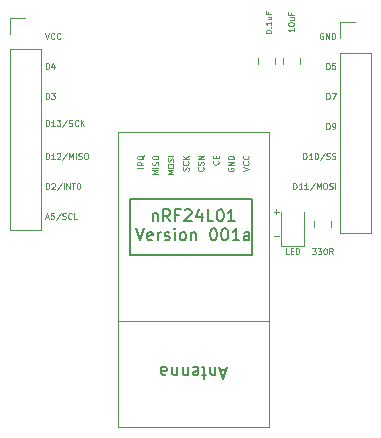
<source format=gbr>
%TF.GenerationSoftware,KiCad,Pcbnew,(6.0.5)*%
%TF.CreationDate,2022-06-21T02:12:09-04:00*%
%TF.ProjectId,nRF24L01_shield_v001a,6e524632-344c-4303-915f-736869656c64,rev?*%
%TF.SameCoordinates,Original*%
%TF.FileFunction,Legend,Top*%
%TF.FilePolarity,Positive*%
%FSLAX46Y46*%
G04 Gerber Fmt 4.6, Leading zero omitted, Abs format (unit mm)*
G04 Created by KiCad (PCBNEW (6.0.5)) date 2022-06-21 02:12:09*
%MOMM*%
%LPD*%
G01*
G04 APERTURE LIST*
%ADD10C,0.150000*%
%ADD11C,0.125000*%
%ADD12C,0.120000*%
G04 APERTURE END LIST*
D10*
X148584000Y-92226000D02*
X158884000Y-92226000D01*
X158884000Y-92226000D02*
X158884000Y-97020000D01*
X158884000Y-97020000D02*
X148584000Y-97020000D01*
X148584000Y-97020000D02*
X148584000Y-92226000D01*
D11*
X160745719Y-95420866D02*
X161126672Y-95420866D01*
X141424297Y-83792190D02*
X141424297Y-83292190D01*
X141543345Y-83292190D01*
X141614773Y-83316000D01*
X141662392Y-83363619D01*
X141686202Y-83411238D01*
X141710011Y-83506476D01*
X141710011Y-83577904D01*
X141686202Y-83673142D01*
X141662392Y-83720761D01*
X141614773Y-83768380D01*
X141543345Y-83792190D01*
X141424297Y-83792190D01*
X141876678Y-83292190D02*
X142186202Y-83292190D01*
X142019535Y-83482666D01*
X142090964Y-83482666D01*
X142138583Y-83506476D01*
X142162392Y-83530285D01*
X142186202Y-83577904D01*
X142186202Y-83696952D01*
X142162392Y-83744571D01*
X142138583Y-83768380D01*
X142090964Y-83792190D01*
X141948107Y-83792190D01*
X141900488Y-83768380D01*
X141876678Y-83744571D01*
X165177607Y-83792190D02*
X165177607Y-83292190D01*
X165296654Y-83292190D01*
X165368083Y-83316000D01*
X165415702Y-83363619D01*
X165439511Y-83411238D01*
X165463321Y-83506476D01*
X165463321Y-83577904D01*
X165439511Y-83673142D01*
X165415702Y-83720761D01*
X165368083Y-83768380D01*
X165296654Y-83792190D01*
X165177607Y-83792190D01*
X165629988Y-83292190D02*
X165963321Y-83292190D01*
X165749035Y-83792190D01*
X165177607Y-81252190D02*
X165177607Y-80752190D01*
X165296654Y-80752190D01*
X165368083Y-80776000D01*
X165415702Y-80823619D01*
X165439511Y-80871238D01*
X165463321Y-80966476D01*
X165463321Y-81037904D01*
X165439511Y-81133142D01*
X165415702Y-81180761D01*
X165368083Y-81228380D01*
X165296654Y-81252190D01*
X165177607Y-81252190D01*
X165915702Y-80752190D02*
X165677607Y-80752190D01*
X165653797Y-80990285D01*
X165677607Y-80966476D01*
X165725226Y-80942666D01*
X165844273Y-80942666D01*
X165891892Y-80966476D01*
X165915702Y-80990285D01*
X165939511Y-81037904D01*
X165939511Y-81156952D01*
X165915702Y-81204571D01*
X165891892Y-81228380D01*
X165844273Y-81252190D01*
X165725226Y-81252190D01*
X165677607Y-81228380D01*
X165653797Y-81204571D01*
X154728571Y-89576488D02*
X154752380Y-89600297D01*
X154776190Y-89671726D01*
X154776190Y-89719345D01*
X154752380Y-89790773D01*
X154704761Y-89838392D01*
X154657142Y-89862202D01*
X154561904Y-89886011D01*
X154490476Y-89886011D01*
X154395238Y-89862202D01*
X154347619Y-89838392D01*
X154300000Y-89790773D01*
X154276190Y-89719345D01*
X154276190Y-89671726D01*
X154300000Y-89600297D01*
X154323809Y-89576488D01*
X154752380Y-89386011D02*
X154776190Y-89314583D01*
X154776190Y-89195535D01*
X154752380Y-89147916D01*
X154728571Y-89124107D01*
X154680952Y-89100297D01*
X154633333Y-89100297D01*
X154585714Y-89124107D01*
X154561904Y-89147916D01*
X154538095Y-89195535D01*
X154514285Y-89290773D01*
X154490476Y-89338392D01*
X154466666Y-89362202D01*
X154419047Y-89386011D01*
X154371428Y-89386011D01*
X154323809Y-89362202D01*
X154300000Y-89338392D01*
X154276190Y-89290773D01*
X154276190Y-89171726D01*
X154300000Y-89100297D01*
X154776190Y-88886011D02*
X154276190Y-88886011D01*
X154776190Y-88600297D01*
X154276190Y-88600297D01*
X162368083Y-91412190D02*
X162368083Y-90912190D01*
X162487130Y-90912190D01*
X162558559Y-90936000D01*
X162606178Y-90983619D01*
X162629988Y-91031238D01*
X162653797Y-91126476D01*
X162653797Y-91197904D01*
X162629988Y-91293142D01*
X162606178Y-91340761D01*
X162558559Y-91388380D01*
X162487130Y-91412190D01*
X162368083Y-91412190D01*
X163129988Y-91412190D02*
X162844273Y-91412190D01*
X162987130Y-91412190D02*
X162987130Y-90912190D01*
X162939511Y-90983619D01*
X162891892Y-91031238D01*
X162844273Y-91055047D01*
X163606178Y-91412190D02*
X163320464Y-91412190D01*
X163463321Y-91412190D02*
X163463321Y-90912190D01*
X163415702Y-90983619D01*
X163368083Y-91031238D01*
X163320464Y-91055047D01*
X164177607Y-90888380D02*
X163749035Y-91531238D01*
X164344273Y-91412190D02*
X164344273Y-90912190D01*
X164510940Y-91269333D01*
X164677607Y-90912190D01*
X164677607Y-91412190D01*
X165010940Y-90912190D02*
X165106178Y-90912190D01*
X165153797Y-90936000D01*
X165201416Y-90983619D01*
X165225226Y-91078857D01*
X165225226Y-91245523D01*
X165201416Y-91340761D01*
X165153797Y-91388380D01*
X165106178Y-91412190D01*
X165010940Y-91412190D01*
X164963321Y-91388380D01*
X164915702Y-91340761D01*
X164891892Y-91245523D01*
X164891892Y-91078857D01*
X164915702Y-90983619D01*
X164963321Y-90936000D01*
X165010940Y-90912190D01*
X165415702Y-91388380D02*
X165487130Y-91412190D01*
X165606178Y-91412190D01*
X165653797Y-91388380D01*
X165677607Y-91364571D01*
X165701416Y-91316952D01*
X165701416Y-91269333D01*
X165677607Y-91221714D01*
X165653797Y-91197904D01*
X165606178Y-91174095D01*
X165510940Y-91150285D01*
X165463321Y-91126476D01*
X165439511Y-91102666D01*
X165415702Y-91055047D01*
X165415702Y-91007428D01*
X165439511Y-90959809D01*
X165463321Y-90936000D01*
X165510940Y-90912190D01*
X165629988Y-90912190D01*
X165701416Y-90936000D01*
X165915702Y-91412190D02*
X165915702Y-90912190D01*
X141352869Y-78212190D02*
X141519535Y-78712190D01*
X141686202Y-78212190D01*
X142138583Y-78664571D02*
X142114773Y-78688380D01*
X142043345Y-78712190D01*
X141995726Y-78712190D01*
X141924297Y-78688380D01*
X141876678Y-78640761D01*
X141852869Y-78593142D01*
X141829059Y-78497904D01*
X141829059Y-78426476D01*
X141852869Y-78331238D01*
X141876678Y-78283619D01*
X141924297Y-78236000D01*
X141995726Y-78212190D01*
X142043345Y-78212190D01*
X142114773Y-78236000D01*
X142138583Y-78259809D01*
X142638583Y-78664571D02*
X142614773Y-78688380D01*
X142543345Y-78712190D01*
X142495726Y-78712190D01*
X142424297Y-78688380D01*
X142376678Y-78640761D01*
X142352869Y-78593142D01*
X142329059Y-78497904D01*
X142329059Y-78426476D01*
X142352869Y-78331238D01*
X142376678Y-78283619D01*
X142424297Y-78236000D01*
X142495726Y-78212190D01*
X142543345Y-78212190D01*
X142614773Y-78236000D01*
X142638583Y-78259809D01*
X165177607Y-86332190D02*
X165177607Y-85832190D01*
X165296654Y-85832190D01*
X165368083Y-85856000D01*
X165415702Y-85903619D01*
X165439511Y-85951238D01*
X165463321Y-86046476D01*
X165463321Y-86117904D01*
X165439511Y-86213142D01*
X165415702Y-86260761D01*
X165368083Y-86308380D01*
X165296654Y-86332190D01*
X165177607Y-86332190D01*
X165701416Y-86332190D02*
X165796654Y-86332190D01*
X165844273Y-86308380D01*
X165868083Y-86284571D01*
X165915702Y-86213142D01*
X165939511Y-86117904D01*
X165939511Y-85927428D01*
X165915702Y-85879809D01*
X165891892Y-85856000D01*
X165844273Y-85832190D01*
X165749035Y-85832190D01*
X165701416Y-85856000D01*
X165677607Y-85879809D01*
X165653797Y-85927428D01*
X165653797Y-86046476D01*
X165677607Y-86094095D01*
X165701416Y-86117904D01*
X165749035Y-86141714D01*
X165844273Y-86141714D01*
X165891892Y-86117904D01*
X165915702Y-86094095D01*
X165939511Y-86046476D01*
X149676190Y-89624107D02*
X149176190Y-89624107D01*
X149676190Y-89100297D02*
X149438095Y-89266964D01*
X149676190Y-89386011D02*
X149176190Y-89386011D01*
X149176190Y-89195535D01*
X149200000Y-89147916D01*
X149223809Y-89124107D01*
X149271428Y-89100297D01*
X149342857Y-89100297D01*
X149390476Y-89124107D01*
X149414285Y-89147916D01*
X149438095Y-89195535D01*
X149438095Y-89386011D01*
X149723809Y-88552678D02*
X149700000Y-88600297D01*
X149652380Y-88647916D01*
X149580952Y-88719345D01*
X149557142Y-88766964D01*
X149557142Y-88814583D01*
X149676190Y-88790773D02*
X149652380Y-88838392D01*
X149604761Y-88886011D01*
X149509523Y-88909821D01*
X149342857Y-88909821D01*
X149247619Y-88886011D01*
X149200000Y-88838392D01*
X149176190Y-88790773D01*
X149176190Y-88695535D01*
X149200000Y-88647916D01*
X149247619Y-88600297D01*
X149342857Y-88576488D01*
X149509523Y-88576488D01*
X149604761Y-88600297D01*
X149652380Y-88647916D01*
X149676190Y-88695535D01*
X149676190Y-88790773D01*
X156003571Y-89028869D02*
X156027380Y-89052678D01*
X156051190Y-89124107D01*
X156051190Y-89171726D01*
X156027380Y-89243154D01*
X155979761Y-89290773D01*
X155932142Y-89314583D01*
X155836904Y-89338392D01*
X155765476Y-89338392D01*
X155670238Y-89314583D01*
X155622619Y-89290773D01*
X155575000Y-89243154D01*
X155551190Y-89171726D01*
X155551190Y-89124107D01*
X155575000Y-89052678D01*
X155598809Y-89028869D01*
X155789285Y-88814583D02*
X155789285Y-88647916D01*
X156051190Y-88576488D02*
X156051190Y-88814583D01*
X155551190Y-88814583D01*
X155551190Y-88576488D01*
X141424297Y-86078190D02*
X141424297Y-85578190D01*
X141543345Y-85578190D01*
X141614773Y-85602000D01*
X141662392Y-85649619D01*
X141686202Y-85697238D01*
X141710011Y-85792476D01*
X141710011Y-85863904D01*
X141686202Y-85959142D01*
X141662392Y-86006761D01*
X141614773Y-86054380D01*
X141543345Y-86078190D01*
X141424297Y-86078190D01*
X142186202Y-86078190D02*
X141900488Y-86078190D01*
X142043345Y-86078190D02*
X142043345Y-85578190D01*
X141995726Y-85649619D01*
X141948107Y-85697238D01*
X141900488Y-85721047D01*
X142352869Y-85578190D02*
X142662392Y-85578190D01*
X142495726Y-85768666D01*
X142567154Y-85768666D01*
X142614773Y-85792476D01*
X142638583Y-85816285D01*
X142662392Y-85863904D01*
X142662392Y-85982952D01*
X142638583Y-86030571D01*
X142614773Y-86054380D01*
X142567154Y-86078190D01*
X142424297Y-86078190D01*
X142376678Y-86054380D01*
X142352869Y-86030571D01*
X143233821Y-85554380D02*
X142805250Y-86197238D01*
X143376678Y-86054380D02*
X143448107Y-86078190D01*
X143567154Y-86078190D01*
X143614773Y-86054380D01*
X143638583Y-86030571D01*
X143662392Y-85982952D01*
X143662392Y-85935333D01*
X143638583Y-85887714D01*
X143614773Y-85863904D01*
X143567154Y-85840095D01*
X143471916Y-85816285D01*
X143424297Y-85792476D01*
X143400488Y-85768666D01*
X143376678Y-85721047D01*
X143376678Y-85673428D01*
X143400488Y-85625809D01*
X143424297Y-85602000D01*
X143471916Y-85578190D01*
X143590964Y-85578190D01*
X143662392Y-85602000D01*
X144162392Y-86030571D02*
X144138583Y-86054380D01*
X144067154Y-86078190D01*
X144019535Y-86078190D01*
X143948107Y-86054380D01*
X143900488Y-86006761D01*
X143876678Y-85959142D01*
X143852869Y-85863904D01*
X143852869Y-85792476D01*
X143876678Y-85697238D01*
X143900488Y-85649619D01*
X143948107Y-85602000D01*
X144019535Y-85578190D01*
X144067154Y-85578190D01*
X144138583Y-85602000D01*
X144162392Y-85625809D01*
X144376678Y-86078190D02*
X144376678Y-85578190D01*
X144662392Y-86078190D02*
X144448107Y-85792476D01*
X144662392Y-85578190D02*
X144376678Y-85863904D01*
X141400488Y-93809333D02*
X141638583Y-93809333D01*
X141352869Y-93952190D02*
X141519535Y-93452190D01*
X141686202Y-93952190D01*
X142090964Y-93452190D02*
X141852869Y-93452190D01*
X141829059Y-93690285D01*
X141852869Y-93666476D01*
X141900488Y-93642666D01*
X142019535Y-93642666D01*
X142067154Y-93666476D01*
X142090964Y-93690285D01*
X142114773Y-93737904D01*
X142114773Y-93856952D01*
X142090964Y-93904571D01*
X142067154Y-93928380D01*
X142019535Y-93952190D01*
X141900488Y-93952190D01*
X141852869Y-93928380D01*
X141829059Y-93904571D01*
X142686202Y-93428380D02*
X142257630Y-94071238D01*
X142829059Y-93928380D02*
X142900488Y-93952190D01*
X143019535Y-93952190D01*
X143067154Y-93928380D01*
X143090964Y-93904571D01*
X143114773Y-93856952D01*
X143114773Y-93809333D01*
X143090964Y-93761714D01*
X143067154Y-93737904D01*
X143019535Y-93714095D01*
X142924297Y-93690285D01*
X142876678Y-93666476D01*
X142852869Y-93642666D01*
X142829059Y-93595047D01*
X142829059Y-93547428D01*
X142852869Y-93499809D01*
X142876678Y-93476000D01*
X142924297Y-93452190D01*
X143043345Y-93452190D01*
X143114773Y-93476000D01*
X143614773Y-93904571D02*
X143590964Y-93928380D01*
X143519535Y-93952190D01*
X143471916Y-93952190D01*
X143400488Y-93928380D01*
X143352869Y-93880761D01*
X143329059Y-93833142D01*
X143305250Y-93737904D01*
X143305250Y-93666476D01*
X143329059Y-93571238D01*
X143352869Y-93523619D01*
X143400488Y-93476000D01*
X143471916Y-93452190D01*
X143519535Y-93452190D01*
X143590964Y-93476000D01*
X143614773Y-93499809D01*
X144067154Y-93952190D02*
X143829059Y-93952190D01*
X143829059Y-93452190D01*
X141424297Y-91412190D02*
X141424297Y-90912190D01*
X141543345Y-90912190D01*
X141614773Y-90936000D01*
X141662392Y-90983619D01*
X141686202Y-91031238D01*
X141710011Y-91126476D01*
X141710011Y-91197904D01*
X141686202Y-91293142D01*
X141662392Y-91340761D01*
X141614773Y-91388380D01*
X141543345Y-91412190D01*
X141424297Y-91412190D01*
X141900488Y-90959809D02*
X141924297Y-90936000D01*
X141971916Y-90912190D01*
X142090964Y-90912190D01*
X142138583Y-90936000D01*
X142162392Y-90959809D01*
X142186202Y-91007428D01*
X142186202Y-91055047D01*
X142162392Y-91126476D01*
X141876678Y-91412190D01*
X142186202Y-91412190D01*
X142757630Y-90888380D02*
X142329059Y-91531238D01*
X142924297Y-91412190D02*
X142924297Y-90912190D01*
X143162392Y-91412190D02*
X143162392Y-90912190D01*
X143448107Y-91412190D01*
X143448107Y-90912190D01*
X143614773Y-90912190D02*
X143900488Y-90912190D01*
X143757630Y-91412190D02*
X143757630Y-90912190D01*
X144162392Y-90912190D02*
X144210011Y-90912190D01*
X144257630Y-90936000D01*
X144281440Y-90959809D01*
X144305250Y-91007428D01*
X144329059Y-91102666D01*
X144329059Y-91221714D01*
X144305250Y-91316952D01*
X144281440Y-91364571D01*
X144257630Y-91388380D01*
X144210011Y-91412190D01*
X144162392Y-91412190D01*
X144114773Y-91388380D01*
X144090964Y-91364571D01*
X144067154Y-91316952D01*
X144043345Y-91221714D01*
X144043345Y-91102666D01*
X144067154Y-91007428D01*
X144090964Y-90959809D01*
X144114773Y-90936000D01*
X144162392Y-90912190D01*
X153477380Y-89862202D02*
X153501190Y-89790773D01*
X153501190Y-89671726D01*
X153477380Y-89624107D01*
X153453571Y-89600297D01*
X153405952Y-89576488D01*
X153358333Y-89576488D01*
X153310714Y-89600297D01*
X153286904Y-89624107D01*
X153263095Y-89671726D01*
X153239285Y-89766964D01*
X153215476Y-89814583D01*
X153191666Y-89838392D01*
X153144047Y-89862202D01*
X153096428Y-89862202D01*
X153048809Y-89838392D01*
X153025000Y-89814583D01*
X153001190Y-89766964D01*
X153001190Y-89647916D01*
X153025000Y-89576488D01*
X153453571Y-89076488D02*
X153477380Y-89100297D01*
X153501190Y-89171726D01*
X153501190Y-89219345D01*
X153477380Y-89290773D01*
X153429761Y-89338392D01*
X153382142Y-89362202D01*
X153286904Y-89386011D01*
X153215476Y-89386011D01*
X153120238Y-89362202D01*
X153072619Y-89338392D01*
X153025000Y-89290773D01*
X153001190Y-89219345D01*
X153001190Y-89171726D01*
X153025000Y-89100297D01*
X153048809Y-89076488D01*
X153501190Y-88862202D02*
X153001190Y-88862202D01*
X153501190Y-88576488D02*
X153215476Y-88790773D01*
X153001190Y-88576488D02*
X153286904Y-88862202D01*
D10*
X150471619Y-93468714D02*
X150471619Y-94135380D01*
X150471619Y-93563952D02*
X150519238Y-93516333D01*
X150614476Y-93468714D01*
X150757333Y-93468714D01*
X150852571Y-93516333D01*
X150900190Y-93611571D01*
X150900190Y-94135380D01*
X151947809Y-94135380D02*
X151614476Y-93659190D01*
X151376380Y-94135380D02*
X151376380Y-93135380D01*
X151757333Y-93135380D01*
X151852571Y-93183000D01*
X151900190Y-93230619D01*
X151947809Y-93325857D01*
X151947809Y-93468714D01*
X151900190Y-93563952D01*
X151852571Y-93611571D01*
X151757333Y-93659190D01*
X151376380Y-93659190D01*
X152709714Y-93611571D02*
X152376380Y-93611571D01*
X152376380Y-94135380D02*
X152376380Y-93135380D01*
X152852571Y-93135380D01*
X153185904Y-93230619D02*
X153233523Y-93183000D01*
X153328761Y-93135380D01*
X153566857Y-93135380D01*
X153662095Y-93183000D01*
X153709714Y-93230619D01*
X153757333Y-93325857D01*
X153757333Y-93421095D01*
X153709714Y-93563952D01*
X153138285Y-94135380D01*
X153757333Y-94135380D01*
X154614476Y-93468714D02*
X154614476Y-94135380D01*
X154376380Y-93087761D02*
X154138285Y-93802047D01*
X154757333Y-93802047D01*
X155614476Y-94135380D02*
X155138285Y-94135380D01*
X155138285Y-93135380D01*
X156138285Y-93135380D02*
X156233523Y-93135380D01*
X156328761Y-93183000D01*
X156376380Y-93230619D01*
X156424000Y-93325857D01*
X156471619Y-93516333D01*
X156471619Y-93754428D01*
X156424000Y-93944904D01*
X156376380Y-94040142D01*
X156328761Y-94087761D01*
X156233523Y-94135380D01*
X156138285Y-94135380D01*
X156043047Y-94087761D01*
X155995428Y-94040142D01*
X155947809Y-93944904D01*
X155900190Y-93754428D01*
X155900190Y-93516333D01*
X155947809Y-93325857D01*
X155995428Y-93230619D01*
X156043047Y-93183000D01*
X156138285Y-93135380D01*
X157424000Y-94135380D02*
X156852571Y-94135380D01*
X157138285Y-94135380D02*
X157138285Y-93135380D01*
X157043047Y-93278238D01*
X156947809Y-93373476D01*
X156852571Y-93421095D01*
X149043047Y-94745380D02*
X149376380Y-95745380D01*
X149709714Y-94745380D01*
X150424000Y-95697761D02*
X150328761Y-95745380D01*
X150138285Y-95745380D01*
X150043047Y-95697761D01*
X149995428Y-95602523D01*
X149995428Y-95221571D01*
X150043047Y-95126333D01*
X150138285Y-95078714D01*
X150328761Y-95078714D01*
X150424000Y-95126333D01*
X150471619Y-95221571D01*
X150471619Y-95316809D01*
X149995428Y-95412047D01*
X150900190Y-95745380D02*
X150900190Y-95078714D01*
X150900190Y-95269190D02*
X150947809Y-95173952D01*
X150995428Y-95126333D01*
X151090666Y-95078714D01*
X151185904Y-95078714D01*
X151471619Y-95697761D02*
X151566857Y-95745380D01*
X151757333Y-95745380D01*
X151852571Y-95697761D01*
X151900190Y-95602523D01*
X151900190Y-95554904D01*
X151852571Y-95459666D01*
X151757333Y-95412047D01*
X151614476Y-95412047D01*
X151519238Y-95364428D01*
X151471619Y-95269190D01*
X151471619Y-95221571D01*
X151519238Y-95126333D01*
X151614476Y-95078714D01*
X151757333Y-95078714D01*
X151852571Y-95126333D01*
X152328761Y-95745380D02*
X152328761Y-95078714D01*
X152328761Y-94745380D02*
X152281142Y-94793000D01*
X152328761Y-94840619D01*
X152376380Y-94793000D01*
X152328761Y-94745380D01*
X152328761Y-94840619D01*
X152947809Y-95745380D02*
X152852571Y-95697761D01*
X152804952Y-95650142D01*
X152757333Y-95554904D01*
X152757333Y-95269190D01*
X152804952Y-95173952D01*
X152852571Y-95126333D01*
X152947809Y-95078714D01*
X153090666Y-95078714D01*
X153185904Y-95126333D01*
X153233523Y-95173952D01*
X153281142Y-95269190D01*
X153281142Y-95554904D01*
X153233523Y-95650142D01*
X153185904Y-95697761D01*
X153090666Y-95745380D01*
X152947809Y-95745380D01*
X153709714Y-95078714D02*
X153709714Y-95745380D01*
X153709714Y-95173952D02*
X153757333Y-95126333D01*
X153852571Y-95078714D01*
X153995428Y-95078714D01*
X154090666Y-95126333D01*
X154138285Y-95221571D01*
X154138285Y-95745380D01*
X155566857Y-94745380D02*
X155662095Y-94745380D01*
X155757333Y-94793000D01*
X155804952Y-94840619D01*
X155852571Y-94935857D01*
X155900190Y-95126333D01*
X155900190Y-95364428D01*
X155852571Y-95554904D01*
X155804952Y-95650142D01*
X155757333Y-95697761D01*
X155662095Y-95745380D01*
X155566857Y-95745380D01*
X155471619Y-95697761D01*
X155424000Y-95650142D01*
X155376380Y-95554904D01*
X155328761Y-95364428D01*
X155328761Y-95126333D01*
X155376380Y-94935857D01*
X155424000Y-94840619D01*
X155471619Y-94793000D01*
X155566857Y-94745380D01*
X156519238Y-94745380D02*
X156614476Y-94745380D01*
X156709714Y-94793000D01*
X156757333Y-94840619D01*
X156804952Y-94935857D01*
X156852571Y-95126333D01*
X156852571Y-95364428D01*
X156804952Y-95554904D01*
X156757333Y-95650142D01*
X156709714Y-95697761D01*
X156614476Y-95745380D01*
X156519238Y-95745380D01*
X156424000Y-95697761D01*
X156376380Y-95650142D01*
X156328761Y-95554904D01*
X156281142Y-95364428D01*
X156281142Y-95126333D01*
X156328761Y-94935857D01*
X156376380Y-94840619D01*
X156424000Y-94793000D01*
X156519238Y-94745380D01*
X157804952Y-95745380D02*
X157233523Y-95745380D01*
X157519238Y-95745380D02*
X157519238Y-94745380D01*
X157424000Y-94888238D01*
X157328761Y-94983476D01*
X157233523Y-95031095D01*
X158662095Y-95745380D02*
X158662095Y-95221571D01*
X158614476Y-95126333D01*
X158519238Y-95078714D01*
X158328761Y-95078714D01*
X158233523Y-95126333D01*
X158662095Y-95697761D02*
X158566857Y-95745380D01*
X158328761Y-95745380D01*
X158233523Y-95697761D01*
X158185904Y-95602523D01*
X158185904Y-95507285D01*
X158233523Y-95412047D01*
X158328761Y-95364428D01*
X158566857Y-95364428D01*
X158662095Y-95316809D01*
D11*
X141424297Y-81252190D02*
X141424297Y-80752190D01*
X141543345Y-80752190D01*
X141614773Y-80776000D01*
X141662392Y-80823619D01*
X141686202Y-80871238D01*
X141710011Y-80966476D01*
X141710011Y-81037904D01*
X141686202Y-81133142D01*
X141662392Y-81180761D01*
X141614773Y-81228380D01*
X141543345Y-81252190D01*
X141424297Y-81252190D01*
X142138583Y-80918857D02*
X142138583Y-81252190D01*
X142019535Y-80728380D02*
X141900488Y-81085523D01*
X142210011Y-81085523D01*
X141424297Y-88872190D02*
X141424297Y-88372190D01*
X141543345Y-88372190D01*
X141614773Y-88396000D01*
X141662392Y-88443619D01*
X141686202Y-88491238D01*
X141710011Y-88586476D01*
X141710011Y-88657904D01*
X141686202Y-88753142D01*
X141662392Y-88800761D01*
X141614773Y-88848380D01*
X141543345Y-88872190D01*
X141424297Y-88872190D01*
X142186202Y-88872190D02*
X141900488Y-88872190D01*
X142043345Y-88872190D02*
X142043345Y-88372190D01*
X141995726Y-88443619D01*
X141948107Y-88491238D01*
X141900488Y-88515047D01*
X142376678Y-88419809D02*
X142400488Y-88396000D01*
X142448107Y-88372190D01*
X142567154Y-88372190D01*
X142614773Y-88396000D01*
X142638583Y-88419809D01*
X142662392Y-88467428D01*
X142662392Y-88515047D01*
X142638583Y-88586476D01*
X142352869Y-88872190D01*
X142662392Y-88872190D01*
X143233821Y-88348380D02*
X142805250Y-88991238D01*
X143400488Y-88872190D02*
X143400488Y-88372190D01*
X143567154Y-88729333D01*
X143733821Y-88372190D01*
X143733821Y-88872190D01*
X143971916Y-88872190D02*
X143971916Y-88372190D01*
X144186202Y-88848380D02*
X144257630Y-88872190D01*
X144376678Y-88872190D01*
X144424297Y-88848380D01*
X144448107Y-88824571D01*
X144471916Y-88776952D01*
X144471916Y-88729333D01*
X144448107Y-88681714D01*
X144424297Y-88657904D01*
X144376678Y-88634095D01*
X144281440Y-88610285D01*
X144233821Y-88586476D01*
X144210011Y-88562666D01*
X144186202Y-88515047D01*
X144186202Y-88467428D01*
X144210011Y-88419809D01*
X144233821Y-88396000D01*
X144281440Y-88372190D01*
X144400488Y-88372190D01*
X144471916Y-88396000D01*
X144781440Y-88372190D02*
X144876678Y-88372190D01*
X144924297Y-88396000D01*
X144971916Y-88443619D01*
X144995726Y-88538857D01*
X144995726Y-88705523D01*
X144971916Y-88800761D01*
X144924297Y-88848380D01*
X144876678Y-88872190D01*
X144781440Y-88872190D01*
X144733821Y-88848380D01*
X144686202Y-88800761D01*
X144662392Y-88705523D01*
X144662392Y-88538857D01*
X144686202Y-88443619D01*
X144733821Y-88396000D01*
X144781440Y-88372190D01*
X164891892Y-78236000D02*
X164844273Y-78212190D01*
X164772845Y-78212190D01*
X164701416Y-78236000D01*
X164653797Y-78283619D01*
X164629988Y-78331238D01*
X164606178Y-78426476D01*
X164606178Y-78497904D01*
X164629988Y-78593142D01*
X164653797Y-78640761D01*
X164701416Y-78688380D01*
X164772845Y-78712190D01*
X164820464Y-78712190D01*
X164891892Y-78688380D01*
X164915702Y-78664571D01*
X164915702Y-78497904D01*
X164820464Y-78497904D01*
X165129988Y-78712190D02*
X165129988Y-78212190D01*
X165415702Y-78712190D01*
X165415702Y-78212190D01*
X165653797Y-78712190D02*
X165653797Y-78212190D01*
X165772845Y-78212190D01*
X165844273Y-78236000D01*
X165891892Y-78283619D01*
X165915702Y-78331238D01*
X165939511Y-78426476D01*
X165939511Y-78497904D01*
X165915702Y-78593142D01*
X165891892Y-78640761D01*
X165844273Y-78688380D01*
X165772845Y-78712190D01*
X165653797Y-78712190D01*
X158101190Y-89862202D02*
X158601190Y-89695535D01*
X158101190Y-89528869D01*
X158553571Y-89076488D02*
X158577380Y-89100297D01*
X158601190Y-89171726D01*
X158601190Y-89219345D01*
X158577380Y-89290773D01*
X158529761Y-89338392D01*
X158482142Y-89362202D01*
X158386904Y-89386011D01*
X158315476Y-89386011D01*
X158220238Y-89362202D01*
X158172619Y-89338392D01*
X158125000Y-89290773D01*
X158101190Y-89219345D01*
X158101190Y-89171726D01*
X158125000Y-89100297D01*
X158148809Y-89076488D01*
X158553571Y-88576488D02*
X158577380Y-88600297D01*
X158601190Y-88671726D01*
X158601190Y-88719345D01*
X158577380Y-88790773D01*
X158529761Y-88838392D01*
X158482142Y-88862202D01*
X158386904Y-88886011D01*
X158315476Y-88886011D01*
X158220238Y-88862202D01*
X158172619Y-88838392D01*
X158125000Y-88790773D01*
X158101190Y-88719345D01*
X158101190Y-88671726D01*
X158125000Y-88600297D01*
X158148809Y-88576488D01*
X150951190Y-90171726D02*
X150451190Y-90171726D01*
X150808333Y-90005059D01*
X150451190Y-89838392D01*
X150951190Y-89838392D01*
X150951190Y-89600297D02*
X150451190Y-89600297D01*
X150927380Y-89386011D02*
X150951190Y-89314583D01*
X150951190Y-89195535D01*
X150927380Y-89147916D01*
X150903571Y-89124107D01*
X150855952Y-89100297D01*
X150808333Y-89100297D01*
X150760714Y-89124107D01*
X150736904Y-89147916D01*
X150713095Y-89195535D01*
X150689285Y-89290773D01*
X150665476Y-89338392D01*
X150641666Y-89362202D01*
X150594047Y-89386011D01*
X150546428Y-89386011D01*
X150498809Y-89362202D01*
X150475000Y-89338392D01*
X150451190Y-89290773D01*
X150451190Y-89171726D01*
X150475000Y-89100297D01*
X150451190Y-88790773D02*
X150451190Y-88695535D01*
X150475000Y-88647916D01*
X150522619Y-88600297D01*
X150617857Y-88576488D01*
X150784523Y-88576488D01*
X150879761Y-88600297D01*
X150927380Y-88647916D01*
X150951190Y-88695535D01*
X150951190Y-88790773D01*
X150927380Y-88838392D01*
X150879761Y-88886011D01*
X150784523Y-88909821D01*
X150617857Y-88909821D01*
X150522619Y-88886011D01*
X150475000Y-88838392D01*
X150451190Y-88790773D01*
X156850000Y-89624107D02*
X156826190Y-89671726D01*
X156826190Y-89743154D01*
X156850000Y-89814583D01*
X156897619Y-89862202D01*
X156945238Y-89886011D01*
X157040476Y-89909821D01*
X157111904Y-89909821D01*
X157207142Y-89886011D01*
X157254761Y-89862202D01*
X157302380Y-89814583D01*
X157326190Y-89743154D01*
X157326190Y-89695535D01*
X157302380Y-89624107D01*
X157278571Y-89600297D01*
X157111904Y-89600297D01*
X157111904Y-89695535D01*
X157326190Y-89386011D02*
X156826190Y-89386011D01*
X157326190Y-89100297D01*
X156826190Y-89100297D01*
X157326190Y-88862202D02*
X156826190Y-88862202D01*
X156826190Y-88743154D01*
X156850000Y-88671726D01*
X156897619Y-88624107D01*
X156945238Y-88600297D01*
X157040476Y-88576488D01*
X157111904Y-88576488D01*
X157207142Y-88600297D01*
X157254761Y-88624107D01*
X157302380Y-88671726D01*
X157326190Y-88743154D01*
X157326190Y-88862202D01*
X163225226Y-88872190D02*
X163225226Y-88372190D01*
X163344273Y-88372190D01*
X163415702Y-88396000D01*
X163463321Y-88443619D01*
X163487130Y-88491238D01*
X163510940Y-88586476D01*
X163510940Y-88657904D01*
X163487130Y-88753142D01*
X163463321Y-88800761D01*
X163415702Y-88848380D01*
X163344273Y-88872190D01*
X163225226Y-88872190D01*
X163987130Y-88872190D02*
X163701416Y-88872190D01*
X163844273Y-88872190D02*
X163844273Y-88372190D01*
X163796654Y-88443619D01*
X163749035Y-88491238D01*
X163701416Y-88515047D01*
X164296654Y-88372190D02*
X164344273Y-88372190D01*
X164391892Y-88396000D01*
X164415702Y-88419809D01*
X164439511Y-88467428D01*
X164463321Y-88562666D01*
X164463321Y-88681714D01*
X164439511Y-88776952D01*
X164415702Y-88824571D01*
X164391892Y-88848380D01*
X164344273Y-88872190D01*
X164296654Y-88872190D01*
X164249035Y-88848380D01*
X164225226Y-88824571D01*
X164201416Y-88776952D01*
X164177607Y-88681714D01*
X164177607Y-88562666D01*
X164201416Y-88467428D01*
X164225226Y-88419809D01*
X164249035Y-88396000D01*
X164296654Y-88372190D01*
X165034750Y-88348380D02*
X164606178Y-88991238D01*
X165177607Y-88848380D02*
X165249035Y-88872190D01*
X165368083Y-88872190D01*
X165415702Y-88848380D01*
X165439511Y-88824571D01*
X165463321Y-88776952D01*
X165463321Y-88729333D01*
X165439511Y-88681714D01*
X165415702Y-88657904D01*
X165368083Y-88634095D01*
X165272845Y-88610285D01*
X165225226Y-88586476D01*
X165201416Y-88562666D01*
X165177607Y-88515047D01*
X165177607Y-88467428D01*
X165201416Y-88419809D01*
X165225226Y-88396000D01*
X165272845Y-88372190D01*
X165391892Y-88372190D01*
X165463321Y-88396000D01*
X165653797Y-88848380D02*
X165725226Y-88872190D01*
X165844273Y-88872190D01*
X165891892Y-88848380D01*
X165915702Y-88824571D01*
X165939511Y-88776952D01*
X165939511Y-88729333D01*
X165915702Y-88681714D01*
X165891892Y-88657904D01*
X165844273Y-88634095D01*
X165749035Y-88610285D01*
X165701416Y-88586476D01*
X165677607Y-88562666D01*
X165653797Y-88515047D01*
X165653797Y-88467428D01*
X165677607Y-88419809D01*
X165701416Y-88396000D01*
X165749035Y-88372190D01*
X165868083Y-88372190D01*
X165939511Y-88396000D01*
X152226190Y-90171726D02*
X151726190Y-90171726D01*
X152083333Y-90005059D01*
X151726190Y-89838392D01*
X152226190Y-89838392D01*
X151726190Y-89505059D02*
X151726190Y-89409821D01*
X151750000Y-89362202D01*
X151797619Y-89314583D01*
X151892857Y-89290773D01*
X152059523Y-89290773D01*
X152154761Y-89314583D01*
X152202380Y-89362202D01*
X152226190Y-89409821D01*
X152226190Y-89505059D01*
X152202380Y-89552678D01*
X152154761Y-89600297D01*
X152059523Y-89624107D01*
X151892857Y-89624107D01*
X151797619Y-89600297D01*
X151750000Y-89552678D01*
X151726190Y-89505059D01*
X152202380Y-89100297D02*
X152226190Y-89028869D01*
X152226190Y-88909821D01*
X152202380Y-88862202D01*
X152178571Y-88838392D01*
X152130952Y-88814583D01*
X152083333Y-88814583D01*
X152035714Y-88838392D01*
X152011904Y-88862202D01*
X151988095Y-88909821D01*
X151964285Y-89005059D01*
X151940476Y-89052678D01*
X151916666Y-89076488D01*
X151869047Y-89100297D01*
X151821428Y-89100297D01*
X151773809Y-89076488D01*
X151750000Y-89052678D01*
X151726190Y-89005059D01*
X151726190Y-88886011D01*
X151750000Y-88814583D01*
X152226190Y-88600297D02*
X151726190Y-88600297D01*
X160745719Y-93328857D02*
X161126672Y-93328857D01*
X160936196Y-93519333D02*
X160936196Y-93138381D01*
%TO.C,C1*%
X160026190Y-78121428D02*
X160026190Y-78073809D01*
X160050000Y-78026190D01*
X160073809Y-78002380D01*
X160121428Y-77978571D01*
X160216666Y-77954761D01*
X160335714Y-77954761D01*
X160430952Y-77978571D01*
X160478571Y-78002380D01*
X160502380Y-78026190D01*
X160526190Y-78073809D01*
X160526190Y-78121428D01*
X160502380Y-78169047D01*
X160478571Y-78192857D01*
X160430952Y-78216666D01*
X160335714Y-78240476D01*
X160216666Y-78240476D01*
X160121428Y-78216666D01*
X160073809Y-78192857D01*
X160050000Y-78169047D01*
X160026190Y-78121428D01*
X160478571Y-77740476D02*
X160502380Y-77716666D01*
X160526190Y-77740476D01*
X160502380Y-77764285D01*
X160478571Y-77740476D01*
X160526190Y-77740476D01*
X160526190Y-77240476D02*
X160526190Y-77526190D01*
X160526190Y-77383333D02*
X160026190Y-77383333D01*
X160097619Y-77430952D01*
X160145238Y-77478571D01*
X160169047Y-77526190D01*
X160192857Y-76811904D02*
X160526190Y-76811904D01*
X160192857Y-77026190D02*
X160454761Y-77026190D01*
X160502380Y-77002380D01*
X160526190Y-76954761D01*
X160526190Y-76883333D01*
X160502380Y-76835714D01*
X160478571Y-76811904D01*
X160264285Y-76407142D02*
X160264285Y-76573809D01*
X160526190Y-76573809D02*
X160026190Y-76573809D01*
X160026190Y-76335714D01*
%TO.C,C2*%
X162426190Y-77785714D02*
X162426190Y-78071428D01*
X162426190Y-77928571D02*
X161926190Y-77928571D01*
X161997619Y-77976190D01*
X162045238Y-78023809D01*
X162069047Y-78071428D01*
X161926190Y-77476190D02*
X161926190Y-77428571D01*
X161950000Y-77380952D01*
X161973809Y-77357142D01*
X162021428Y-77333333D01*
X162116666Y-77309523D01*
X162235714Y-77309523D01*
X162330952Y-77333333D01*
X162378571Y-77357142D01*
X162402380Y-77380952D01*
X162426190Y-77428571D01*
X162426190Y-77476190D01*
X162402380Y-77523809D01*
X162378571Y-77547619D01*
X162330952Y-77571428D01*
X162235714Y-77595238D01*
X162116666Y-77595238D01*
X162021428Y-77571428D01*
X161973809Y-77547619D01*
X161950000Y-77523809D01*
X161926190Y-77476190D01*
X162092857Y-76880952D02*
X162426190Y-76880952D01*
X162092857Y-77095238D02*
X162354761Y-77095238D01*
X162402380Y-77071428D01*
X162426190Y-77023809D01*
X162426190Y-76952380D01*
X162402380Y-76904761D01*
X162378571Y-76880952D01*
X162164285Y-76476190D02*
X162164285Y-76642857D01*
X162426190Y-76642857D02*
X161926190Y-76642857D01*
X161926190Y-76404761D01*
D10*
%TO.C,U2*%
X156661904Y-106753333D02*
X156185714Y-106753333D01*
X156757142Y-106467619D02*
X156423809Y-107467619D01*
X156090476Y-106467619D01*
X155757142Y-107134285D02*
X155757142Y-106467619D01*
X155757142Y-107039047D02*
X155709523Y-107086666D01*
X155614285Y-107134285D01*
X155471428Y-107134285D01*
X155376190Y-107086666D01*
X155328571Y-106991428D01*
X155328571Y-106467619D01*
X154995238Y-107134285D02*
X154614285Y-107134285D01*
X154852380Y-107467619D02*
X154852380Y-106610476D01*
X154804761Y-106515238D01*
X154709523Y-106467619D01*
X154614285Y-106467619D01*
X153900000Y-106515238D02*
X153995238Y-106467619D01*
X154185714Y-106467619D01*
X154280952Y-106515238D01*
X154328571Y-106610476D01*
X154328571Y-106991428D01*
X154280952Y-107086666D01*
X154185714Y-107134285D01*
X153995238Y-107134285D01*
X153900000Y-107086666D01*
X153852380Y-106991428D01*
X153852380Y-106896190D01*
X154328571Y-106800952D01*
X153423809Y-107134285D02*
X153423809Y-106467619D01*
X153423809Y-107039047D02*
X153376190Y-107086666D01*
X153280952Y-107134285D01*
X153138095Y-107134285D01*
X153042857Y-107086666D01*
X152995238Y-106991428D01*
X152995238Y-106467619D01*
X152519047Y-107134285D02*
X152519047Y-106467619D01*
X152519047Y-107039047D02*
X152471428Y-107086666D01*
X152376190Y-107134285D01*
X152233333Y-107134285D01*
X152138095Y-107086666D01*
X152090476Y-106991428D01*
X152090476Y-106467619D01*
X151185714Y-106467619D02*
X151185714Y-106991428D01*
X151233333Y-107086666D01*
X151328571Y-107134285D01*
X151519047Y-107134285D01*
X151614285Y-107086666D01*
X151185714Y-106515238D02*
X151280952Y-106467619D01*
X151519047Y-106467619D01*
X151614285Y-106515238D01*
X151661904Y-106610476D01*
X151661904Y-106705714D01*
X151614285Y-106800952D01*
X151519047Y-106848571D01*
X151280952Y-106848571D01*
X151185714Y-106896190D01*
D11*
%TO.C,R1*%
X163947338Y-96432212D02*
X164256862Y-96432212D01*
X164090196Y-96622688D01*
X164161624Y-96622688D01*
X164209243Y-96646498D01*
X164233053Y-96670307D01*
X164256862Y-96717926D01*
X164256862Y-96836974D01*
X164233053Y-96884593D01*
X164209243Y-96908402D01*
X164161624Y-96932212D01*
X164018767Y-96932212D01*
X163971148Y-96908402D01*
X163947338Y-96884593D01*
X164423529Y-96432212D02*
X164733053Y-96432212D01*
X164566386Y-96622688D01*
X164637815Y-96622688D01*
X164685434Y-96646498D01*
X164709243Y-96670307D01*
X164733053Y-96717926D01*
X164733053Y-96836974D01*
X164709243Y-96884593D01*
X164685434Y-96908402D01*
X164637815Y-96932212D01*
X164494957Y-96932212D01*
X164447338Y-96908402D01*
X164423529Y-96884593D01*
X165042576Y-96432212D02*
X165090196Y-96432212D01*
X165137815Y-96456022D01*
X165161624Y-96479831D01*
X165185434Y-96527450D01*
X165209243Y-96622688D01*
X165209243Y-96741736D01*
X165185434Y-96836974D01*
X165161624Y-96884593D01*
X165137815Y-96908402D01*
X165090196Y-96932212D01*
X165042576Y-96932212D01*
X164994957Y-96908402D01*
X164971148Y-96884593D01*
X164947338Y-96836974D01*
X164923529Y-96741736D01*
X164923529Y-96622688D01*
X164947338Y-96527450D01*
X164971148Y-96479831D01*
X164994957Y-96456022D01*
X165042576Y-96432212D01*
X165709243Y-96932212D02*
X165542576Y-96694117D01*
X165423529Y-96932212D02*
X165423529Y-96432212D01*
X165614005Y-96432212D01*
X165661624Y-96456022D01*
X165685434Y-96479831D01*
X165709243Y-96527450D01*
X165709243Y-96598879D01*
X165685434Y-96646498D01*
X165661624Y-96670307D01*
X165614005Y-96694117D01*
X165423529Y-96694117D01*
%TO.C,D1*%
X161978767Y-96922212D02*
X161740672Y-96922212D01*
X161740672Y-96422212D01*
X162145434Y-96660307D02*
X162312100Y-96660307D01*
X162383529Y-96922212D02*
X162145434Y-96922212D01*
X162145434Y-96422212D01*
X162383529Y-96422212D01*
X162597815Y-96922212D02*
X162597815Y-96422212D01*
X162716862Y-96422212D01*
X162788291Y-96446022D01*
X162835910Y-96493641D01*
X162859719Y-96541260D01*
X162883529Y-96636498D01*
X162883529Y-96707926D01*
X162859719Y-96803164D01*
X162835910Y-96850783D01*
X162788291Y-96898402D01*
X162716862Y-96922212D01*
X162597815Y-96922212D01*
D12*
%TO.C,C1*%
X159365000Y-80861252D02*
X159365000Y-80338748D01*
X160835000Y-80861252D02*
X160835000Y-80338748D01*
%TO.C,C2*%
X161465000Y-80861252D02*
X161465000Y-80338748D01*
X162935000Y-80861252D02*
X162935000Y-80338748D01*
%TO.C,U2*%
X160275000Y-102600000D02*
X147525000Y-102600000D01*
X160275000Y-86600000D02*
X147525000Y-86600000D01*
X147525000Y-86600000D02*
X147525000Y-111550000D01*
X147525000Y-111550000D02*
X160275000Y-111550000D01*
X160275000Y-111550000D02*
X160275000Y-86600000D01*
%TO.C,J1*%
X138370000Y-78300000D02*
X138370000Y-76970000D01*
X138370000Y-79570000D02*
X138370000Y-94870000D01*
X138370000Y-76970000D02*
X139700000Y-76970000D01*
X141030000Y-79570000D02*
X141030000Y-94870000D01*
X138370000Y-94870000D02*
X141030000Y-94870000D01*
X138370000Y-79570000D02*
X141030000Y-79570000D01*
%TO.C,J2*%
X168970000Y-79870000D02*
X168970000Y-95170000D01*
X166310000Y-79870000D02*
X166310000Y-95170000D01*
X166310000Y-95170000D02*
X168970000Y-95170000D01*
X166310000Y-79870000D02*
X168970000Y-79870000D01*
X166310000Y-77270000D02*
X167640000Y-77270000D01*
X166310000Y-78600000D02*
X166310000Y-77270000D01*
%TO.C,R1*%
X164105196Y-94608086D02*
X164105196Y-94153958D01*
X165575196Y-94608086D02*
X165575196Y-94153958D01*
%TO.C,D1*%
X161340196Y-93381022D02*
X161340196Y-96241022D01*
X163260196Y-96241022D02*
X163260196Y-93381022D01*
X161340196Y-96241022D02*
X163260196Y-96241022D01*
%TD*%
M02*

</source>
